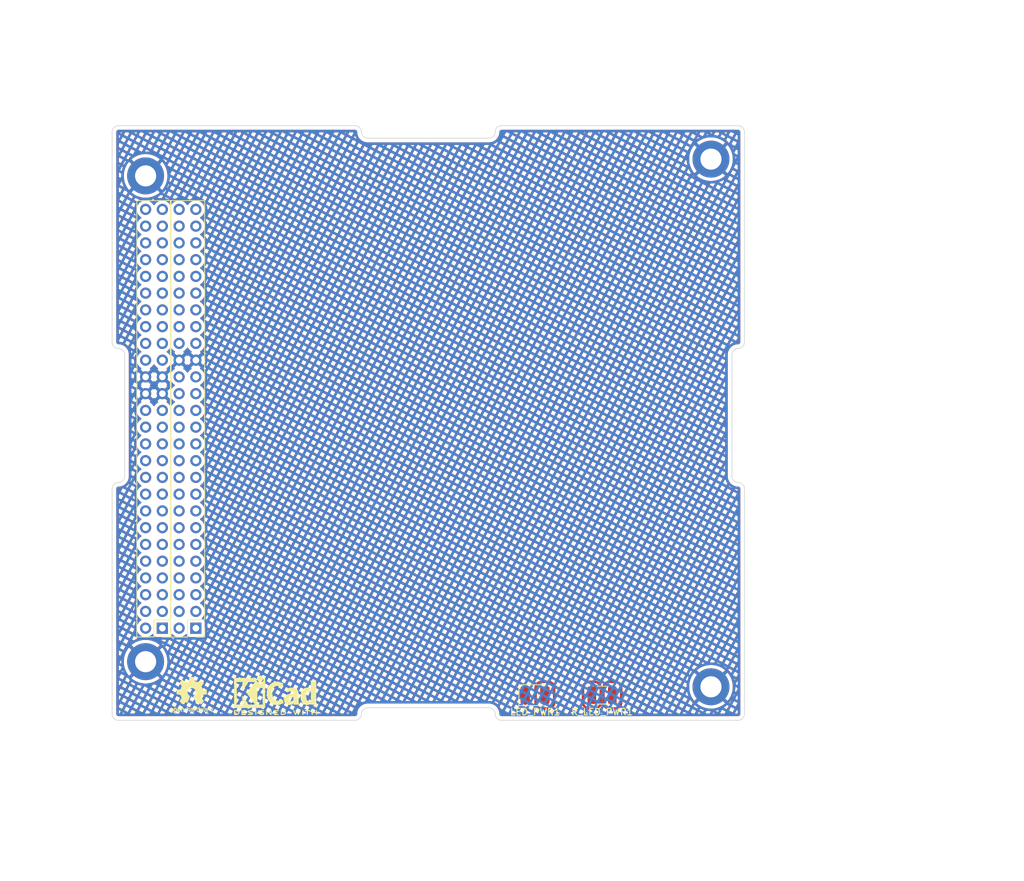
<source format=kicad_pcb>
(kicad_pcb (version 20221018) (generator pcbnew)
  (layers (0 "F.Cu" signal) (31 "B.Cu" signal) (34 "B.Paste" user) (35 "F.Paste" user) (36 "B.SilkS" user "B.Silkscreen") (37 "F.SilkS" user "F.Silkscreen") (38 "B.Mask" user) (39 "F.Mask" user) (44 "Edge.Cuts" user))
  (net 0 "")
  (net 1 "Net-(LED_PWR1-A)")
  (net 12 "GND")
  (net 22 "+5V")
  (net 85 "/CAN_A_L")
  (net 86 "/CAN_A_H")
  (net 87 "/CHARGE")
  (net 88 "/CAN_B_L")
  (net 89 "/CAN_B_H")
  (net 90 "+BATT")
  (net 91 "/SPI_CS2")
  (net 92 "/SPI_CS1")
  (net 93 "/SPI_COPI")
  (net 94 "/SPI_CLK")
  (net 95 "/SPI_CIPO")
  (net 96 "/I2C_SDA")
  (net 97 "/I2C_SCL")
  (footprint "MountingHole:MountingHole_3.2mm_M3_DIN965_Pad" (layer "F.Cu") (at 112.395 52.07)
    (fp_text reference "H2" hide)
    (fp_text value "MountingHole_Pad" hide)
    (pad "1" thru_hole circle locked (at 0 0) (size 5.6 5.6) (drill 3.2) (layers "*.Cu" "*.Mask") (net 12 "GND"))
  )
  (footprint "Symbol:OSHW-Logo2_7.3x6mm_SilkScreen" (layer "F.Cu") (at 119.38 130.81)
    (fp_text reference "OpenHW1" hide)
    (fp_text value "MountingHole" hide)
  )
  (footprint "MountingHole:MountingHole_3.2mm_M3_DIN965_Pad" (layer "F.Cu") (at 198.12 129.54)
    (fp_text reference "H3" hide)
    (fp_text value "MountingHole_Pad" hide)
    (pad "1" thru_hole circle locked (at 0 0) (size 5.6 5.6) (drill 3.2) (layers "*.Cu" "*.Mask") (net 12 "GND"))
  )
  (footprint "LED_SMD:LED_1210_3225Metric_Pad1.42x2.65mm_HandSolder" (layer "F.Cu") (at 171.45 130.81)
    (fp_text reference "LED_PWR1" (at 0 2.54) (layer "F.SilkS"))
    (fp_text value "LED")
    (pad "1" smd roundrect (at -1.4875 0) (size 1.425 2.65) (layers "F.Cu" "F.Paste" "F.Mask") (roundrect_rratio 0.175439) (net 12 "GND"))
    (pad "2" smd roundrect (at 1.4875 0) (size 1.425 2.65) (layers "F.Cu" "F.Paste" "F.Mask") (roundrect_rratio 0.175439) (net 1 "Net-(LED_PWR1-A)"))
  )
  (footprint "MountingHole:MountingHole_3.2mm_M3_DIN965_Pad" (layer "F.Cu") (at 198.12 49.53)
    (fp_text reference "H4" hide)
    (fp_text value "MountingHole_Pad" hide)
    (pad "1" thru_hole circle locked (at 0 0) (size 5.6 5.6) (drill 3.2) (layers "*.Cu" "*.Mask") (net 12 "GND"))
  )
  (footprint "Resistor_SMD:R_1210_3225Metric_Pad1.30x2.65mm_HandSolder" (layer "F.Cu") (at 181.61 130.81 180)
    (fp_text reference "R_LED_PWR1" (at 0 -2.54) (layer "F.SilkS"))
    (fp_text value "1K")
    (pad "1" smd roundrect (at -1.55 0 180) (size 1.3 2.65) (layers "F.Cu" "F.Paste" "F.Mask") (roundrect_rratio 0.192308) (net 22 "+5V"))
    (pad "2" smd roundrect (at 1.55 0 180) (size 1.3 2.65) (layers "F.Cu" "F.Paste" "F.Mask") (roundrect_rratio 0.192308) (net 1 "Net-(LED_PWR1-A)"))
  )
  (footprint "Symbol:KiCad-Logo2_5mm_SilkScreen" (layer "F.Cu") (at 132.08 130.81)
    (fp_text reference "KiCad0" hide)
    (fp_text value "MountingHole" hide)
  )
  (footprint "Connector_PinHeader_2.54mm:PinHeader_2x26_P2.54mm_Vertical" (layer "F.Cu") (at 114.935 120.65 180)
    (fp_text reference "LibreCube_H2" hide)
    (fp_text value "Conn_02x26_Odd_Even" hide)
    (pad "1" thru_hole rect locked (at 0 0 180) (size 1.7 1.7) (drill 1) (layers "*.Cu" "*.Mask") (net 88 "/CAN_B_L"))
    (pad "2" thru_hole oval locked (at 2.54 0 180) (size 1.7 1.7) (drill 1) (layers "*.Cu" "*.Mask"))
    (pad "3" thru_hole oval locked (at 0 2.54 180) (size 1.7 1.7) (drill 1) (layers "*.Cu" "*.Mask") (net 89 "/CAN_B_H"))
    (pad "4" thru_hole oval locked (at 2.54 2.54 180) (size 1.7 1.7) (drill 1) (layers "*.Cu" "*.Mask"))
    (pad "5" thru_hole oval locked (at 0 5.08 180) (size 1.7 1.7) (drill 1) (layers "*.Cu" "*.Mask"))
    (pad "6" thru_hole oval locked (at 2.54 5.08 180) (size 1.7 1.7) (drill 1) (layers "*.Cu" "*.Mask"))
    (pad "7" thru_hole oval locked (at 0 7.62 180) (size 1.7 1.7) (drill 1) (layers "*.Cu" "*.Mask"))
    (pad "8" thru_hole oval locked (at 2.54 7.62 180) (size 1.7 1.7) (drill 1) (layers "*.Cu" "*.Mask"))
    (pad "9" thru_hole oval locked (at 0 10.16 180) (size 1.7 1.7) (drill 1) (layers "*.Cu" "*.Mask"))
    (pad "10" thru_hole oval locked (at 2.54 10.16 180) (size 1.7 1.7) (drill 1) (layers "*.Cu" "*.Mask"))
    (pad "11" thru_hole oval locked (at 0 12.7 180) (size 1.7 1.7) (drill 1) (layers "*.Cu" "*.Mask"))
    (pad "12" thru_hole oval locked (at 2.54 12.7 180) (size 1.7 1.7) (drill 1) (layers "*.Cu" "*.Mask"))
    (pad "13" thru_hole oval locked (at 0 15.24 180) (size 1.7 1.7) (drill 1) (layers "*.Cu" "*.Mask"))
    (pad "14" thru_hole oval locked (at 2.54 15.24 180) (size 1.7 1.7) (drill 1) (layers "*.Cu" "*.Mask"))
    (pad "15" thru_hole oval locked (at 0 17.78 180) (size 1.7 1.7) (drill 1) (layers "*.Cu" "*.Mask"))
    (pad "16" thru_hole oval locked (at 2.54 17.78 180) (size 1.7 1.7) (drill 1) (layers "*.Cu" "*.Mask"))
    (pad "17" thru_hole oval locked (at 0 20.32 180) (size 1.7 1.7) (drill 1) (layers "*.Cu" "*.Mask"))
    (pad "18" thru_hole oval locked (at 2.54 20.32 180) (size 1.7 1.7) (drill 1) (layers "*.Cu" "*.Mask"))
    (pad "19" thru_hole oval locked (at 0 22.86 180) (size 1.7 1.7) (drill 1) (layers "*.Cu" "*.Mask"))
    (pad "20" thru_hole oval locked (at 2.54 22.86 180) (size 1.7 1.7) (drill 1) (layers "*.Cu" "*.Mask"))
    (pad "21" thru_hole oval locked (at 0 25.4 180) (size 1.7 1.7) (drill 1) (layers "*.Cu" "*.Mask"))
    (pad "22" thru_hole oval locked (at 2.54 25.4 180) (size 1.7 1.7) (drill 1) (layers "*.Cu" "*.Mask"))
    (pad "23" thru_hole oval locked (at 0 27.94 180) (size 1.7 1.7) (drill 1) (layers "*.Cu" "*.Mask"))
    (pad "24" thru_hole oval locked (at 2.54 27.94 180) (size 1.7 1.7) (drill 1) (layers "*.Cu" "*.Mask"))
    (pad "25" thru_hole oval locked (at 0 30.48 180) (size 1.7 1.7) (drill 1) (layers "*.Cu" "*.Mask") (net 22 "+5V"))
    (pad "26" thru_hole oval locked (at 2.54 30.48 180) (size 1.7 1.7) (drill 1) (layers "*.Cu" "*.Mask") (net 22 "+5V"))
    (pad "27" thru_hole oval locked (at 0 33.02 180) (size 1.7 1.7) (drill 1) (layers "*.Cu" "*.Mask"))
    (pad "28" thru_hole oval locked (at 2.54 33.02 180) (size 1.7 1.7) (drill 1) (layers "*.Cu" "*.Mask"))
    (pad "29" thru_hole circle locked (at 0 35.56 180) (size 1.7 1.7) (drill 1) (layers "*.Cu" "*.Mask") (net 12 "GND"))
    (pad "30" thru_hole circle locked (at 2.54 35.56 180) (size 1.7 1.7) (drill 1) (layers "*.Cu" "*.Mask") (net 12 "GND"))
    (pad "31" thru_hole circle locked (at 0 38.1 180) (size 1.7 1.7) (drill 1) (layers "*.Cu" "*.Mask") (net 12 "GND"))
    (pad "32" thru_hole circle locked (at 2.54 38.1 180) (size 1.7 1.7) (drill 1) (layers "*.Cu" "*.Mask") (net 12 "GND"))
    (pad "33" thru_hole oval locked (at 0 40.64 180) (size 1.7 1.7) (drill 1) (layers "*.Cu" "*.Mask"))
    (pad "34" thru_hole oval locked (at 2.54 40.64 180) (size 1.7 1.7) (drill 1) (layers "*.Cu" "*.Mask"))
    (pad "35" thru_hole oval locked (at 0 43.18 180) (size 1.7 1.7) (drill 1) (layers "*.Cu" "*.Mask"))
    (pad "36" thru_hole oval locked (at 2.54 43.18 180) (size 1.7 1.7) (drill 1) (layers "*.Cu" "*.Mask"))
    (pad "37" thru_hole oval locked (at 0 45.72 180) (size 1.7 1.7) (drill 1) (layers "*.Cu" "*.Mask"))
    (pad "38" thru_hole oval locked (at 2.54 45.72 180) (size 1.7 1.7) (drill 1) (layers "*.Cu" "*.Mask"))
    (pad "39" thru_hole oval locked (at 0 48.26 180) (size 1.7 1.7) (drill 1) (layers "*.Cu" "*.Mask"))
    (pad "40" thru_hole oval locked (at 2.54 48.26 180) (size 1.7 1.7) (drill 1) (layers "*.Cu" "*.Mask"))
    (pad "41" thru_hole oval locked (at 0 50.8 180) (size 1.7 1.7) (drill 1) (layers "*.Cu" "*.Mask"))
    (pad "42" thru_hole oval locked (at 2.54 50.8 180) (size 1.7 1.7) (drill 1) (layers "*.Cu" "*.Mask"))
    (pad "43" thru_hole oval locked (at 0 53.34 180) (size 1.7 1.7) (drill 1) (layers "*.Cu" "*.Mask"))
    (pad "44" thru_hole oval locked (at 2.54 53.34 180) (size 1.7 1.7) (drill 1) (layers "*.Cu" "*.Mask"))
    (pad "45" thru_hole oval locked (at 0 55.88 180) (size 1.7 1.7) (drill 1) (layers "*.Cu" "*.Mask") (net 90 "+BATT"))
    (pad "46" thru_hole oval locked (at 2.54 55.88 180) (size 1.7 1.7) (drill 1) (layers "*.Cu" "*.Mask") (net 90 "+BATT"))
    (pad "47" thru_hole oval locked (at 0 58.42 180) (size 1.7 1.7) (drill 1) (layers "*.Cu" "*.Mask"))
    (pad "48" thru_hole oval locked (at 2.54 58.42 180) (size 1.7 1.7) (drill 1) (layers "*.Cu" "*.Mask"))
    (pad "49" thru_hole oval locked (at 0 60.96 180) (size 1.7 1.7) (drill 1) (layers "*.Cu" "*.Mask"))
    (pad "50" thru_hole oval locked (at 2.54 60.96 180) (size 1.7 1.7) (drill 1) (layers "*.Cu" "*.Mask"))
    (pad "51" thru_hole oval locked (at 0 63.5 180) (size 1.7 1.7) (drill 1) (layers "*.Cu" "*.Mask"))
    (pad "52" thru_hole oval locked (at 2.54 63.5 180) (size 1.7 1.7) (drill 1) (layers "*.Cu" "*.Mask"))
  )
  (footprint "Connector_PinHeader_2.54mm:PinHeader_2x26_P2.54mm_Vertical" (layer "F.Cu") (at 120.015 120.65 180)
    (fp_text reference "LibreCube_H1" hide)
    (fp_text value "Conn_02x26_Odd_Even" hide)
    (pad "1" thru_hole rect locked (at 0 0 180) (size 1.7 1.7) (drill 1) (layers "*.Cu" "*.Mask") (net 85 "/CAN_A_L"))
    (pad "2" thru_hole oval locked (at 2.54 0 180) (size 1.7 1.7) (drill 1) (layers "*.Cu" "*.Mask"))
    (pad "3" thru_hole oval locked (at 0 2.54 180) (size 1.7 1.7) (drill 1) (layers "*.Cu" "*.Mask") (net 86 "/CAN_A_H"))
    (pad "4" thru_hole oval locked (at 2.54 2.54 180) (size 1.7 1.7) (drill 1) (layers "*.Cu" "*.Mask"))
    (pad "5" thru_hole oval locked (at 0 5.08 180) (size 1.7 1.7) (drill 1) (layers "*.Cu" "*.Mask"))
    (pad "6" thru_hole oval locked (at 2.54 5.08 180) (size 1.7 1.7) (drill 1) (layers "*.Cu" "*.Mask"))
    (pad "7" thru_hole oval locked (at 0 7.62 180) (size 1.7 1.7) (drill 1) (layers "*.Cu" "*.Mask") (net 91 "/SPI_CS2"))
    (pad "8" thru_hole oval locked (at 2.54 7.62 180) (size 1.7 1.7) (drill 1) (layers "*.Cu" "*.Mask"))
    (pad "9" thru_hole oval locked (at 0 10.16 180) (size 1.7 1.7) (drill 1) (layers "*.Cu" "*.Mask") (net 92 "/SPI_CS1"))
    (pad "10" thru_hole oval locked (at 2.54 10.16 180) (size 1.7 1.7) (drill 1) (layers "*.Cu" "*.Mask") (net 93 "/SPI_COPI"))
    (pad "11" thru_hole oval locked (at 0 12.7 180) (size 1.7 1.7) (drill 1) (layers "*.Cu" "*.Mask") (net 94 "/SPI_CLK"))
    (pad "12" thru_hole oval locked (at 2.54 12.7 180) (size 1.7 1.7) (drill 1) (layers "*.Cu" "*.Mask") (net 95 "/SPI_CIPO"))
    (pad "13" thru_hole oval locked (at 0 15.24 180) (size 1.7 1.7) (drill 1) (layers "*.Cu" "*.Mask"))
    (pad "14" thru_hole oval locked (at 2.54 15.24 180) (size 1.7 1.7) (drill 1) (layers "*.Cu" "*.Mask"))
    (pad "15" thru_hole oval locked (at 0 17.78 180) (size 1.7 1.7) (drill 1) (layers "*.Cu" "*.Mask"))
    (pad "16" thru_hole oval locked (at 2.54 17.78 180) (size 1.7 1.7) (drill 1) (layers "*.Cu" "*.Mask"))
    (pad "17" thru_hole oval locked (at 0 20.32 180) (size 1.7 1.7) (drill 1) (layers "*.Cu" "*.Mask"))
    (pad "18" thru_hole oval locked (at 2.54 20.32 180) (size 1.7 1.7) (drill 1) (layers "*.Cu" "*.Mask"))
    (pad "19" thru_hole oval locked (at 0 22.86 180) (size 1.7 1.7) (drill 1) (layers "*.Cu" "*.Mask"))
    (pad "20" thru_hole oval locked (at 2.54 22.86 180) (size 1.7 1.7) (drill 1) (layers "*.Cu" "*.Mask"))
    (pad "21" thru_hole oval locked (at 0 25.4 180) (size 1.7 1.7) (drill 1) (layers "*.Cu" "*.Mask"))
    (pad "22" thru_hole oval locked (at 2.54 25.4 180) (size 1.7 1.7) (drill 1) (layers "*.Cu" "*.Mask"))
    (pad "23" thru_hole oval locked (at 0 27.94 180) (size 1.7 1.7) (drill 1) (layers "*.Cu" "*.Mask"))
    (pad "24" thru_hole oval locked (at 2.54 27.94 180) (size 1.7 1.7) (drill 1) (layers "*.Cu" "*.Mask"))
    (pad "25" thru_hole oval locked (at 0 30.48 180) (size 1.7 1.7) (drill 1) (layers "*.Cu" "*.Mask"))
    (pad "26" thru_hole oval locked (at 2.54 30.48 180) (size 1.7 1.7) (drill 1) (layers "*.Cu" "*.Mask"))
    (pad "27" thru_hole oval locked (at 0 33.02 180) (size 1.7 1.7) (drill 1) (layers "*.Cu" "*.Mask"))
    (pad "28" thru_hole oval locked (at 2.54 33.02 180) (size 1.7 1.7) (drill 1) (layers "*.Cu" "*.Mask"))
    (pad "29" thru_hole oval locked (at 0 35.56 180) (size 1.7 1.7) (drill 1) (layers "*.Cu" "*.Mask"))
    (pad "30" thru_hole oval locked (at 2.54 35.56 180) (size 1.7 1.7) (drill 1) (layers "*.Cu" "*.Mask"))
    (pad "31" thru_hole oval locked (at 0 38.1 180) (size 1.7 1.7) (drill 1) (layers "*.Cu" "*.Mask") (net 87 "/CHARGE"))
    (pad "32" thru_hole oval locked (at 2.54 38.1 180) (size 1.7 1.7) (drill 1) (layers "*.Cu" "*.Mask") (net 87 "/CHARGE"))
    (pad "33" thru_hole circle locked (at 0 40.64 180) (size 1.7 1.7) (drill 1) (layers "*.Cu" "*.Mask") (net 12 "GND"))
    (pad "34" thru_hole circle locked (at 2.54 40.64 180) (size 1.7 1.7) (drill 1) (layers "*.Cu" "*.Mask") (net 12 "GND"))
    (pad "35" thru_hole oval locked (at 0 43.18 180) (size 1.7 1.7) (drill 1) (layers "*.Cu" "*.Mask"))
    (pad "36" thru_hole oval locked (at 2.54 43.18 180) (size 1.7 1.7) (drill 1) (layers "*.Cu" "*.Mask"))
    (pad "37" thru_hole oval locked (at 0 45.72 180) (size 1.7 1.7) (drill 1) (layers "*.Cu" "*.Mask"))
    (pad "38" thru_hole oval locked (at 2.54 45.72 180) (size 1.7 1.7) (drill 1) (layers "*.Cu" "*.Mask"))
    (pad "39" thru_hole oval locked (at 0 48.26 180) (size 1.7 1.7) (drill 1) (layers "*.Cu" "*.Mask"))
    (pad "40" thru_hole oval locked (at 2.54 48.26 180) (size 1.7 1.7) (drill 1) (layers "*.Cu" "*.Mask"))
    (pad "41" thru_hole oval locked (at 0 50.8 180) (size 1.7 1.7) (drill 1) (layers "*.Cu" "*.Mask") (net 96 "/I2C_SDA"))
    (pad "42" thru_hole oval locked (at 2.54 50.8 180) (size 1.7 1.7) (drill 1) (layers "*.Cu" "*.Mask"))
    (pad "43" thru_hole oval locked (at 0 53.34 180) (size 1.7 1.7) (drill 1) (layers "*.Cu" "*.Mask") (net 97 "/I2C_SCL"))
    (pad "44" thru_hole oval locked (at 2.54 53.34 180) (size 1.7 1.7) (drill 1) (layers "*.Cu" "*.Mask"))
    (pad "45" thru_hole oval locked (at 0 55.88 180) (size 1.7 1.7) (drill 1) (layers "*.Cu" "*.Mask"))
    (pad "46" thru_hole oval locked (at 2.54 55.88 180) (size 1.7 1.7) (drill 1) (layers "*.Cu" "*.Mask"))
    (pad "47" thru_hole oval locked (at 0 58.42 180) (size 1.7 1.7) (drill 1) (layers "*.Cu" "*.Mask"))
    (pad "48" thru_hole oval locked (at 2.54 58.42 180) (size 1.7 1.7) (drill 1) (layers "*.Cu" "*.Mask"))
    (pad "49" thru_hole oval locked (at 0 60.96 180) (size 1.7 1.7) (drill 1) (layers "*.Cu" "*.Mask"))
    (pad "50" thru_hole oval locked (at 2.54 60.96 180) (size 1.7 1.7) (drill 1) (layers "*.Cu" "*.Mask"))
    (pad "51" thru_hole oval locked (at 0 63.5 180) (size 1.7 1.7) (drill 1) (layers "*.Cu" "*.Mask"))
    (pad "52" thru_hole oval locked (at 2.54 63.5 180) (size 1.7 1.7) (drill 1) (layers "*.Cu" "*.Mask"))
  )
  (footprint "MountingHole:MountingHole_3.2mm_M3_DIN965_Pad" (layer "F.Cu") (at 112.395 125.73)
    (fp_text reference "H1" hide)
    (fp_text value "MountingHole_Pad" hide)
    (pad "1" thru_hole circle locked (at 0 0) (size 5.6 5.6) (drill 3.2) (layers "*.Cu" "*.Mask") (net 12 "GND"))
  )
  (gr_arc locked (start 166.357299 134.62) (mid 165.68378 134.341019) (end 165.404799 133.6675) (stroke (width 0.1)) (layer "Edge.Cuts"))
  (gr_arc locked (start 145.110199 133.6675) (mid 144.831218 134.341019) (end 144.157699 134.62) (stroke (width 0.1)) (layer "Edge.Cuts"))
  (gr_arc locked (start 165.404799 45.4025) (mid 165.125818 46.076019) (end 164.452299 46.355) (stroke (width 0.1)) (layer "Edge.Cuts"))
  (gr_arc locked (start 144.157699 44.45) (mid 144.831218 44.728981) (end 145.110199 45.4025) (stroke (width 0.1)) (layer "Edge.Cuts"))
  (gr_arc locked (start 109.219999 97.5995) (mid 108.941018 98.273019) (end 108.267499 98.552) (stroke (width 0.1)) (layer "Edge.Cuts"))
  (gr_arc locked (start 203.199999 77.2795) (mid 202.921018 77.953019) (end 202.247499 78.232) (stroke (width 0.1)) (layer "Edge.Cuts"))
  (gr_line locked (start 107.314999 77.2795) (end 107.314999 45.4025) (stroke (width 0.1)) (layer "Edge.Cuts"))
  (gr_arc locked (start 107.314999 99.5045) (mid 107.59398 98.830981) (end 108.267499 98.552) (stroke (width 0.1)) (layer "Edge.Cuts"))
  (gr_line locked (start 146.062699 46.355) (end 164.452299 46.355) (stroke (width 0.1)) (layer "Edge.Cuts"))
  (gr_arc locked (start 202.247499 44.45) (mid 202.921018 44.728981) (end 203.199999 45.4025) (stroke (width 0.1)) (layer "Edge.Cuts"))
  (gr_line locked (start 107.314999 133.6675) (end 107.314999 99.5045) (stroke (width 0.1)) (layer "Edge.Cuts"))
  (gr_line locked (start 203.199999 133.6675) (end 203.199999 99.5045) (stroke (width 0.1)) (layer "Edge.Cuts"))
  (gr_arc locked (start 201.294999 79.1845) (mid 201.57398 78.510981) (end 202.247499 78.232) (stroke (width 0.1)) (layer "Edge.Cuts"))
  (gr_arc locked (start 145.110199 133.6675) (mid 145.38918 132.993981) (end 146.062699 132.715) (stroke (width 0.1)) (layer "Edge.Cuts"))
  (gr_arc locked (start 164.452299 132.715) (mid 165.125818 132.993981) (end 165.404799 133.6675) (stroke (width 0.1)) (layer "Edge.Cuts"))
  (gr_line locked (start 201.294999 97.5995) (end 201.294999 79.1845) (stroke (width 0.1)) (layer "Edge.Cuts"))
  (gr_line locked (start 146.062699 132.715) (end 164.452299 132.715) (stroke (width 0.1)) (layer "Edge.Cuts"))
  (gr_line locked (start 166.357299 134.62) (end 202.247499 134.62) (stroke (width 0.1)) (layer "Edge.Cuts"))
  (gr_arc locked (start 203.199999 133.6675) (mid 202.921018 134.341019) (end 202.247499 134.62) (stroke (width 0.1)) (layer "Edge.Cuts"))
  (gr_line locked (start 108.267499 134.62) (end 144.157699 134.62) (stroke (width 0.1)) (layer "Edge.Cuts"))
  (gr_arc locked (start 202.247499 98.552) (mid 202.921018 98.830981) (end 203.199999 99.5045) (stroke (width 0.1)) (layer "Edge.Cuts"))
  (gr_line locked (start 108.267499 44.45) (end 144.157699 44.45) (stroke (width 0.1)) (layer "Edge.Cuts"))
  (gr_arc locked (start 108.267499 134.62) (mid 107.59398 134.341019) (end 107.314999 133.6675) (stroke (width 0.1)) (layer "Edge.Cuts"))
  (gr_arc locked (start 108.267499 78.232) (mid 107.59398 77.953019) (end 107.314999 77.2795) (stroke (width 0.1)) (layer "Edge.Cuts"))
  (gr_line locked (start 166.357299 44.45) (end 202.247499 44.45) (stroke (width 0.1)) (layer "Edge.Cuts"))
  (gr_line locked (start 203.199999 77.2795) (end 203.199999 45.4025) (stroke (width 0.1)) (layer "Edge.Cuts"))
  (gr_arc locked (start 107.314999 45.4025) (mid 107.59398 44.728981) (end 108.267499 44.45) (stroke (width 0.1)) (layer "Edge.Cuts"))
  (gr_arc locked (start 202.247499 98.552) (mid 201.57398 98.273019) (end 201.294999 97.5995) (stroke (width 0.1)) (layer "Edge.Cuts"))
  (gr_arc locked (start 146.062699 46.355) (mid 145.38918 46.076019) (end 145.110199 45.4025) (stroke (width 0.1)) (layer "Edge.Cuts"))
  (gr_arc locked (start 165.404799 45.4025) (mid 165.68378 44.728981) (end 166.357299 44.45) (stroke (width 0.1)) (layer "Edge.Cuts"))
  (gr_line locked (start 109.219999 97.5995) (end 109.219999 79.1845) (stroke (width 0.1)) (layer "Edge.Cuts"))
  (gr_arc locked (start 108.267499 78.232) (mid 108.941018 78.510981) (end 109.219999 79.1845) (stroke (width 0.1)) (layer "Edge.Cuts"))
  (zone (net 12) (net_name "GND") (layers "F&B.Cu") (connect_pads (clearance 0.508)) (min_thickness 0.254) (fill yes (mode hatch) (thermal_gap 0.508) (thermal_bridge_width 0.508) (hatch_thickness 0.382) (hatch_gap 0.618) (hatch_orientation 62) (hatch_border_algorithm hatch_thickness) (hatch_min_hole_area 0.3))
    (polygon (pts (xy 228.6 158.75) (xy 92.71 158.75) (xy 92.71 25.4) (xy 228.6 25.4)))
  )
)
</source>
